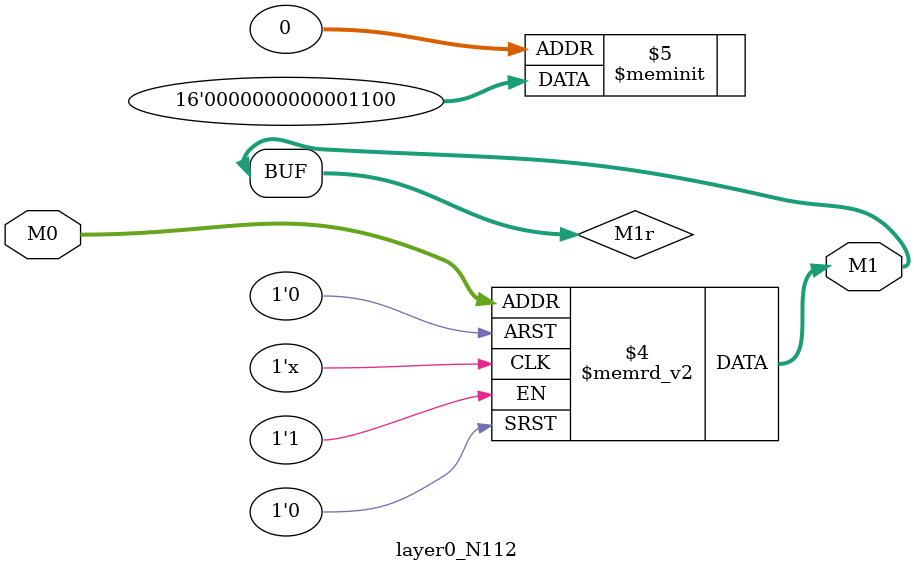
<source format=v>
module layer0_N112 ( input [2:0] M0, output [1:0] M1 );

	(*rom_style = "distributed" *) reg [1:0] M1r;
	assign M1 = M1r;
	always @ (M0) begin
		case (M0)
			3'b000: M1r = 2'b00;
			3'b100: M1r = 2'b00;
			3'b010: M1r = 2'b00;
			3'b110: M1r = 2'b00;
			3'b001: M1r = 2'b11;
			3'b101: M1r = 2'b00;
			3'b011: M1r = 2'b00;
			3'b111: M1r = 2'b00;

		endcase
	end
endmodule

</source>
